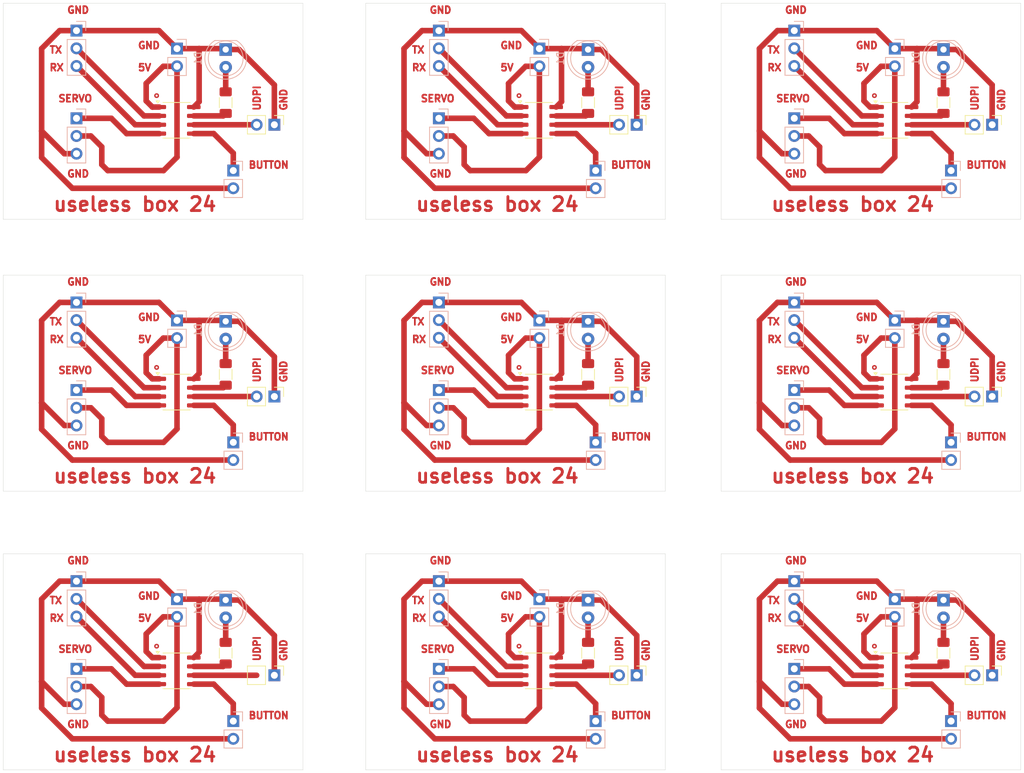
<source format=kicad_pcb>
(kicad_pcb (version 20240108) (generator "pcbnew") (generator_version "8.0")
  (title_block (title "Useless box") (date "2024-09-12"))
  (layers (0 "F.Cu" signal) (31 "B.Cu" signal) (34 "B.Paste" user) (35 "F.Paste" user) (36 "B.SilkS" user "B.Silkscreen") (37 "F.SilkS" user "F.Silkscreen") (38 "B.Mask" user) (39 "F.Mask" user) (44 "Edge.Cuts" user))
  (net 0 "")
  (net 1 "GND")
  (net 2 "TX")
  (net 3 "RX")
  (net 4 "SERVO")
  (net 5 "BUTTON")
  (net 6 "UPDI")
  (net 7 "+5V")
  (net 8 "LED")
  (net 9 "Net-(D1-A)")
  (footprint "MountingHole:MountingHole_3.2mm_M3" (layer "F.Cu") (at 177 70)
    (property "Reference" "H4" (hide yes))
    (property "Value" "MountingHole" (hide yes))
  )
  (footprint "MountingHole:MountingHole_3.2mm_M3" (layer "F.Cu") (at 125 124)
    (property "Reference" "H1" (hide yes))
    (property "Value" "MountingHole" (hide yes))
  )
  (footprint "MountingHole:MountingHole_3.2mm_M3" (layer "F.Cu") (at 125 84)
    (property "Reference" "H1" (hide yes))
    (property "Value" "MountingHole" (hide yes))
  )
  (footprint "Connector_PinHeader_2.54mm:PinHeader_1x02_P2.54mm_Vertical" (layer "F.Cu") (at 123.895 98.425 -90)
    (property "Reference" "J4" (hide yes))
    (property "Value" "UPDI" (hide yes))
  )
  (footprint "MountingHole:MountingHole_3.2mm_M3" (layer "F.Cu") (at 177 149)
    (property "Reference" "H4" (hide yes))
    (property "Value" "MountingHole" (hide yes))
  )
  (footprint "Connector_PinHeader_2.54mm:PinHeader_1x02_P2.54mm_Vertical" (layer "F.Cu") (at 123.895 59.425 -90)
    (property "Reference" "J4" (hide yes))
    (property "Value" "UPDI" (hide yes))
  )
  (footprint "MountingHole:MountingHole_3.2mm_M3" (layer "F.Cu") (at 88 109)
    (property "Reference" "H3" (hide yes))
    (property "Value" "MountingHole" (hide yes))
  )
  (footprint "MountingHole:MountingHole_3.2mm_M3" (layer "F.Cu") (at 140 149)
    (property "Reference" "H3" (hide yes))
    (property "Value" "MountingHole" (hide yes))
  )
  (footprint "MountingHole:MountingHole_3.2mm_M3" (layer "F.Cu") (at 191 109)
    (property "Reference" "H3" (hide yes))
    (property "Value" "MountingHole" (hide yes))
  )
  (footprint "Resistor_SMD:R_1206_3216Metric_Pad1.30x1.75mm_HandSolder" (layer "F.Cu") (at 116.91 95.25 90)
    (property "Reference" "R1" (hide yes))
    (property "Value" "R" (hide yes))
  )
  (footprint "MountingHole:MountingHole_3.2mm_M3" (layer "F.Cu") (at 140 109)
    (property "Reference" "H3" (hide yes))
    (property "Value" "MountingHole" (hide yes))
  )
  (footprint "MountingHole:MountingHole_3.2mm_M3" (layer "F.Cu") (at 191 45)
    (property "Reference" "H2" (hide yes))
    (property "Value" "MountingHole" (hide yes))
  )
  (footprint "Resistor_SMD:R_1206_3216Metric_Pad1.30x1.75mm_HandSolder" (layer "F.Cu") (at 219.91 56.25 90)
    (property "Reference" "R1" (hide yes))
    (property "Value" "R" (hide yes))
  )
  (footprint "MountingHole:MountingHole_3.2mm_M3" (layer "F.Cu") (at 125 149)
    (property "Reference" "H4" (hide yes))
    (property "Value" "MountingHole" (hide yes))
  )
  (footprint "Resistor_SMD:R_1206_3216Metric_Pad1.30x1.75mm_HandSolder" (layer "F.Cu") (at 168.91 56.25 90)
    (property "Reference" "R1" (hide yes))
    (property "Value" "R" (hide yes))
  )
  (footprint "MountingHole:MountingHole_3.2mm_M3" (layer "F.Cu") (at 140 45)
    (property "Reference" "H2" (hide yes))
    (property "Value" "MountingHole" (hide yes))
  )
  (footprint "MountingHole:MountingHole_3.2mm_M3" (layer "F.Cu") (at 228 84)
    (property "Reference" "H1" (hide yes))
    (property "Value" "MountingHole" (hide yes))
  )
  (footprint "Package_SO:SOIC-8_3.9x4.9mm_P1.27mm" (layer "F.Cu") (at 212.86 137.79)
    (property "Reference" "U1" (hide yes))
    (property "Value" "ATtiny412-SS")
  )
  (footprint "Connector_PinHeader_2.54mm:PinHeader_1x02_P2.54mm_Vertical" (layer "F.Cu") (at 175.895 138.425 -90)
    (property "Reference" "J4" (hide yes))
    (property "Value" "UPDI" (hide yes))
  )
  (footprint "MountingHole:MountingHole_3.2mm_M3" (layer "F.Cu") (at 125 45)
    (property "Reference" "H1" (hide yes))
    (property "Value" "MountingHole" (hide yes))
  )
  (footprint "MountingHole:MountingHole_3.2mm_M3" (layer "F.Cu") (at 191 149)
    (property "Reference" "H3" (hide yes))
    (property "Value" "MountingHole" (hide yes))
  )
  (footprint "MountingHole:MountingHole_3.2mm_M3" (layer "F.Cu") (at 228 109)
    (property "Reference" "H4" (hide yes))
    (property "Value" "MountingHole" (hide yes))
  )
  (footprint "MountingHole:MountingHole_3.2mm_M3" (layer "F.Cu") (at 88 124)
    (property "Reference" "H2" (hide yes))
    (property "Value" "MountingHole" (hide yes))
  )
  (footprint "Resistor_SMD:R_1206_3216Metric_Pad1.30x1.75mm_HandSolder" (layer "F.Cu") (at 116.91 135.25 90)
    (property "Reference" "R1" (hide yes))
    (property "Value" "R" (hide yes))
  )
  (footprint "Connector_PinHeader_2.54mm:PinHeader_1x02_P2.54mm_Vertical" (layer "F.Cu") (at 175.895 59.425 -90)
    (property "Reference" "J4" (hide yes))
    (property "Value" "UPDI" (hide yes))
  )
  (footprint "Package_SO:SOIC-8_3.9x4.9mm_P1.27mm" (layer "F.Cu") (at 109.86 97.79)
    (property "Reference" "U1" (hide yes))
    (property "Value" "ATtiny412-SS")
  )
  (footprint "MountingHole:MountingHole_3.2mm_M3" (layer "F.Cu") (at 191 70)
    (property "Reference" "H3" (hide yes))
    (property "Value" "MountingHole" (hide yes))
  )
  (footprint "MountingHole:MountingHole_3.2mm_M3" (layer "F.Cu") (at 140 124)
    (property "Reference" "H2" (hide yes))
    (property "Value" "MountingHole" (hide yes))
  )
  (footprint "MountingHole:MountingHole_3.2mm_M3" (layer "F.Cu") (at 177 124)
    (property "Reference" "H1" (hide yes))
    (property "Value" "MountingHole" (hide yes))
  )
  (footprint "MountingHole:MountingHole_3.2mm_M3" (layer "F.Cu") (at 140 70)
    (property "Reference" "H3" (hide yes))
    (property "Value" "MountingHole" (hide yes))
  )
  (footprint "Resistor_SMD:R_1206_3216Metric_Pad1.30x1.75mm_HandSolder" (layer "F.Cu") (at 168.91 95.25 90)
    (property "Reference" "R1" (hide yes))
    (property "Value" "R" (hide yes))
  )
  (footprint "MountingHole:MountingHole_3.2mm_M3" (layer "F.Cu") (at 177 84)
    (property "Reference" "H1" (hide yes))
    (property "Value" "MountingHole" (hide yes))
  )
  (footprint "MountingHole:MountingHole_3.2mm_M3" (layer "F.Cu") (at 125 70)
    (property "Reference" "H4" (hide yes))
    (property "Value" "MountingHole" (hide yes))
  )
  (footprint "Resistor_SMD:R_1206_3216Metric_Pad1.30x1.75mm_HandSolder" (layer "F.Cu") (at 219.91 135.25 90)
    (property "Reference" "R1" (hide yes))
    (property "Value" "R" (hide yes))
  )
  (footprint "MountingHole:MountingHole_3.2mm_M3" (layer "F.Cu") (at 228 124)
    (property "Reference" "H1" (hide yes))
    (property "Value" "MountingHole" (hide yes))
  )
  (footprint "Connector_PinHeader_2.54mm:PinHeader_1x02_P2.54mm_Vertical" (layer "F.Cu") (at 226.895 98.425 -90)
    (property "Reference" "J4" (hide yes))
    (property "Value" "UPDI" (hide yes))
  )
  (footprint "Package_SO:SOIC-8_3.9x4.9mm_P1.27mm" (layer "F.Cu") (at 161.86 137.79)
    (property "Reference" "U1" (hide yes))
    (property "Value" "ATtiny412-SS")
  )
  (footprint "MountingHole:MountingHole_3.2mm_M3" (layer "F.Cu") (at 140 84)
    (property "Reference" "H2" (hide yes))
    (property "Value" "MountingHole" (hide yes))
  )
  (footprint "MountingHole:MountingHole_3.2mm_M3" (layer "F.Cu") (at 88 149)
    (property "Reference" "H3" (hide yes))
    (property "Value" "MountingHole" (hide yes))
  )
  (footprint "Resistor_SMD:R_1206_3216Metric_Pad1.30x1.75mm_HandSolder" (layer "F.Cu") (at 219.91 95.25 90)
    (property "Reference" "R1" (hide yes))
    (property "Value" "R" (hide yes))
  )
  (footprint "MountingHole:MountingHole_3.2mm_M3" (layer "F.Cu") (at 177 45)
    (property "Reference" "H1" (hide yes))
    (property "Value" "MountingHole" (hide yes))
  )
  (footprint "Connector_PinHeader_2.54mm:PinHeader_1x02_P2.54mm_Vertical" (layer "F.Cu") (at 175.895 98.425 -90)
    (property "Reference" "J4" (hide yes))
    (property "Value" "UPDI" (hide yes))
  )
  (footprint "Package_SO:SOIC-8_3.9x4.9mm_P1.27mm" (layer "F.Cu") (at 212.86 58.79)
    (property "Reference" "U1" (hide yes))
    (property "Value" "ATtiny412-SS")
  )
  (footprint "MountingHole:MountingHole_3.2mm_M3" (layer "F.Cu") (at 191 84)
    (property "Reference" "H2" (hide yes))
    (property "Value" "MountingHole" (hide yes))
  )
  (footprint "MountingHole:MountingHole_3.2mm_M3" (layer "F.Cu") (at 125 109)
    (property "Reference" "H4" (hide yes))
    (property "Value" "MountingHole" (hide yes))
  )
  (footprint "Package_SO:SOIC-8_3.9x4.9mm_P1.27mm" (layer "F.Cu") (at 161.86 97.79)
    (property "Reference" "U1" (hide yes))
    (property "Value" "ATtiny412-SS")
  )
  (footprint "Resistor_SMD:R_1206_3216Metric_Pad1.30x1.75mm_HandSolder" (layer "F.Cu") (at 116.91 56.25 90)
    (property "Reference" "R1" (hide yes))
    (property "Value" "R" (hide yes))
  )
  (footprint "MountingHole:MountingHole_3.2mm_M3" (layer "F.Cu") (at 177 109)
    (property "Reference" "H4" (hide yes))
    (property "Value" "MountingHole" (hide yes))
  )
  (footprint "MountingHole:MountingHole_3.2mm_M3" (layer "F.Cu") (at 88 70)
    (property "Reference" "H3" (hide yes))
    (property "Value" "MountingHole" (hide yes))
  )
  (footprint "Package_SO:SOIC-8_3.9x4.9mm_P1.27mm" (layer "F.Cu") (at 212.86 97.79)
    (property "Reference" "U1" (hide yes))
    (property "Value" "ATtiny412-SS")
  )
  (footprint "Package_SO:SOIC-8_3.9x4.9mm_P1.27mm" (layer "F.Cu") (at 109.86 58.79)
    (property "Reference" "U1" (hide yes))
    (property "Value" "ATtiny412-SS")
  )
  (footprint "MountingHole:MountingHole_3.2mm_M3" (layer "F.Cu") (at 228 70)
    (property "Reference" "H4" (hide yes))
    (property "Value" "MountingHole" (hide yes))
  )
  (footprint "Connector_PinHeader_2.54mm:PinHeader_1x02_P2.54mm_Vertical" (layer "F.Cu") (at 123.895 138.425 -90)
    (property "Reference" "J4" (hide yes))
    (property "Value" "UPDI" (hide yes))
  )
  (footprint "Package_SO:SOIC-8_3.9x4.9mm_P1.27mm" (layer "F.Cu") (at 109.86 137.79)
    (property "Reference" "U1" (hide yes))
    (property "Value" "ATtiny412-SS")
  )
  (footprint "MountingHole:MountingHole_3.2mm_M3" (layer "F.Cu") (at 228 149)
    (property "Reference" "H4" (hide yes))
    (property "Value" "MountingHole" (hide yes))
  )
  (footprint "MountingHole:MountingHole_3.2mm_M3" (layer "F.Cu") (at 228 45)
    (property "Reference" "H1" (hide yes))
    (property "Value" "MountingHole" (hide yes))
  )
  (footprint "Connector_PinHeader_2.54mm:PinHeader_1x02_P2.54mm_Vertical" (layer "F.Cu") (at 226.895 59.425 -90)
    (property "Reference" "J4" (hide yes))
    (property "Value" "UPDI" (hide yes))
  )
  (footprint "MountingHole:MountingHole_3.2mm_M3" (layer "F.Cu") (at 191 124)
    (property "Reference" "H2" (hide yes))
    (property "Value" "MountingHole" (hide yes))
  )
  (footprint "Package_SO:SOIC-8_3.9x4.9mm_P1.27mm" (layer "F.Cu") (at 161.86 58.79)
    (property "Reference" "U1" (hide yes))
    (property "Value" "ATtiny412-SS")
  )
  (footprint "MountingHole:MountingHole_3.2mm_M3" (layer "F.Cu") (at 88 84)
    (property "Reference" "H2" (hide yes))
    (property "Value" "MountingHole" (hide yes))
  )
  (footprint "MountingHole:MountingHole_3.2mm_M3" (layer "F.Cu") (at 88 45)
    (property "Reference" "H2" (hide yes))
    (property "Value" "MountingHole" (hide yes))
  )
  (footprint "Resistor_SMD:R_1206_3216Metric_Pad1.30x1.75mm_HandSolder" (layer "F.Cu") (at 168.91 135.25 90)
    (property "Reference" "R1" (hide yes))
    (property "Value" "R" (hide yes))
  )
  (footprint "Connector_PinHeader_2.54mm:PinHeader_1x02_P2.54mm_Vertical" (layer "F.Cu") (at 226.895 138.425 -90)
    (property "Reference" "J4" (hide yes))
    (property "Value" "UPDI" (hide yes))
  )
  (footprint "Connector_PinHeader_2.54mm:PinHeader_1x02_P2.54mm_Vertical" (layer "B.Cu") (at 109.925 87.5 180)
    (property "Reference" "J3" (hide yes))
    (property "Value" "Battery")
  )
  (footprint "Connector_PinHeader_2.54mm:PinHeader_1x02_P2.54mm_Vertical" (layer "B.Cu") (at 212.925 48.5 180)
    (property "Reference" "J3" (hide yes))
    (property "Value" "Battery")
  )
  (footprint "Connector_PinHeader_2.54mm:PinHeader_1x02_P2.54mm_Vertical" (layer "B.Cu") (at 118 66 180)
    (property "Reference" "J1" (hide yes))
    (property "Value" "Button")
  )
  (footprint "Connector_PinHeader_2.54mm:PinHeader_1x03_P2.54mm_Vertical" (layer "B.Cu") (at 147.5 97.5 180)
    (property "Reference" "M1" (hide yes))
    (property "Value" "Motor_Servo")
  )
  (footprint "Connector_PinHeader_2.54mm:PinHeader_1x02_P2.54mm_Vertical" (layer "B.Cu") (at 161.925 87.5 180)
    (property "Reference" "J3" (hide yes))
    (property "Value" "Battery")
  )
  (footprint "Connector_PinHeader_2.54mm:PinHeader_1x02_P2.54mm_Vertical" (layer "B.Cu") (at 161.925 48.5 180)
    (property "Reference" "J3" (hide yes))
    (property "Value" "Battery")
  )
  (footprint "Connector_PinHeader_2.54mm:PinHeader_1x02_P2.54mm_Vertical" (layer "B.Cu") (at 109.925 48.5 180)
    (property "Reference" "J3" (hide yes))
    (property "Value" "Battery")
  )
  (footprint "Connector_PinHeader_2.54mm:PinHeader_1x02_P2.54mm_Vertical" (layer "B.Cu") (at 118 145 180)
    (property "Reference" "J1" (hide yes))
    (property "Value" "Button")
  )
  (footprint "Connector_PinHeader_2.54mm:PinHeader_1x03_P2.54mm_Vertical" (layer "B.Cu") (at 147.5 84.92 180)
    (property "Reference" "J2" (hide yes))
    (property "Value" "UART")
  )
  (footprint "Connector_PinHeader_2.54mm:PinHeader_1x02_P2.54mm_Vertical" (layer "B.Cu") (at 109.925 127.5 180)
    (property "Reference" "J3" (hide yes))
    (property "Value" "Battery")
  )
  (footprint "LED_THT:LED_D5.0mm" (layer "B.Cu") (at 116.91 48.63 -90)
    (property "Reference" "D1")
    (property "Value" "LED")
  )
  (footprint "Connector_PinHeader_2.54mm:PinHeader_1x03_P2.54mm_Vertical" (layer "B.Cu") (at 198.5 84.92 180)
    (property "Reference" "J2" (hide yes))
    (property "Value" "UART")
  )
  (footprint "LED_THT:LED_D5.0mm" (layer "B.Cu") (at 116.91 87.63 -90)
    (property "Reference" "D1")
    (property "Value" "LED")
  )
  (footprint "Connector_PinHeader_2.54mm:PinHeader_1x02_P2.54mm_Vertical" (layer "B.Cu") (at 118 105 180)
    (property "Reference" "J1" (hide yes))
    (property "Value" "Button")
  )
  (footprint "Connector_PinHeader_2.54mm:PinHeader_1x02_P2.54mm_Vertical" (layer "B.Cu") (at 170 66 180)
    (property "Reference" "J1" (hide yes))
    (property "Value" "Button")
  )
  (footprint "Connector_PinHeader_2.54mm:PinHeader_1x02_P2.54mm_Vertical" (layer "B.Cu") (at 170 145 180)
    (property "Reference" "J1" (hide yes))
    (property "Value" "Button")
  )
  (footprint "Connector_PinHeader_2.54mm:PinHeader_1x02_P2.54mm_Vertical" (layer "B.Cu") (at 221 145 180)
    (property "Reference" "J1" (hide yes))
    (property "Value" "Button")
  )
  (footprint "Connector_PinHeader_2.54mm:PinHeader_1x03_P2.54mm_Vertical" (layer "B.Cu") (at 198.5 45.92 180)
    (property "Reference" "J2" (hide yes))
    (property "Value" "UART")
  )
  (footprint "Connector_PinHeader_2.54mm:PinHeader_1x02_P2.54mm_Vertical" (layer "B.Cu") (at 221 105 180)
    (property "Reference" "J1" (hide yes))
    (property "Value" "Button")
  )
  (footprint "LED_THT:LED_D5.0mm" (layer "B.Cu") (at 219.91 48.63 -90)
    (property "Reference" "D1")
    (property "Value" "LED")
  )
  (footprint "LED_THT:LED_D5.0mm" (layer "B.Cu") (at 116.91 127.63 -90)
    (property "Reference" "D1")
    (property "Value" "LED")
  )
  (footprint "Connector_PinHeader_2.54mm:PinHeader_1x02_P2.54mm_Vertical" (layer "B.Cu") (at 212.925 87.5 180)
    (property "Reference" "J3" (hide yes))
    (property "Value" "Battery")
  )
  (footprint "Connector_PinHeader_2.54mm:PinHeader_1x02_P2.54mm_Vertical" (layer "B.Cu") (at 221 66 180)
    (property "Reference" "J1" (hide yes))
    (property "Value" "Button")
  )
  (footprint "Connector_PinHeader_2.54mm:PinHeader_1x03_P2.54mm_Vertical" (layer "B.Cu") (at 198.5 124.92 180)
    (property "Reference" "J2" (hide yes))
    (property "Value" "UART")
  )
  (footprint "Connector_PinHeader_2.54mm:PinHeader_1x02_P2.54mm_Vertical" (layer "B.Cu") (at 161.925 127.5 180)
    (property "Reference" "J3" (hide yes))
    (property "Value" "Battery")
  )
  (footprint "Connector_PinHeader_2.54mm:PinHeader_1x03_P2.54mm_Vertical" (layer "B.Cu") (at 198.5 58.5 180)
    (property "Reference" "M1" (hide yes))
    (property "Value" "Motor_Servo")
  )
  (footprint "LED_THT:LED_D5.0mm" (layer "B.Cu") (at 168.91 48.63 -90)
    (property "Reference" "D1")
    (property "Value" "LED")
  )
  (footprint "Connector_PinHeader_2.54mm:PinHeader_1x02_P2.54mm_Vertical" (layer "B.Cu") (at 212.925 127.5 180)
    (property "Reference" "J3" (hide yes))
    (property "Value" "Battery")
  )
  (footprint "Connector_PinHeader_2.54mm:PinHeader_1x03_P2.54mm_Vertical" (layer "B.Cu") (at 95.5 97.5 180)
    (property "Reference" "M1" (hide yes))
    (property "Value" "Motor_Servo")
  )
  (footprint "Connector_PinHeader_2.54mm:PinHeader_1x03_P2.54mm_Vertical" (layer "B.Cu") (at 95.5 84.92 180)
    (property "Reference" "J2" (hide yes))
    (property "Value" "UART")
  )
  (footprint "Connector_PinHeader_2.54mm:PinHeader_1x03_P2.54mm_Vertical" (layer "B.Cu") (at 147.5 45.92 180)
    (property "Reference" "J2" (hide yes))
    (property "Value" "UART")
  )
  (footprint "Connector_PinHeader_2.54mm:PinHeader_1x03_P2.54mm_Vertical" (layer "B.Cu") (at 95.5 58.5 180)
    (property "Reference" "M1" (hide yes))
    (property "Value" "Motor_Servo")
  )
  (footprint "LED_THT:LED_D5.0mm" (layer "B.Cu") (at 168.91 87.63 -90)
    (property "Reference" "D1")
    (property "Value" "LED")
  )
  (footprint "Connector_PinHeader_2.54mm:PinHeader_1x03_P2.54mm_Vertical" (layer "B.Cu") (at 95.5 124.92 180)
    (property "Reference" "J2" (hide yes))
    (property "Value" "UART")
  )
  (footprint "Connector_PinHeader_2.54mm:PinHeader_1x03_P2.54mm_Vertical" (layer "B.Cu") (at 198.5 97.5 180)
    (property "Reference" "M1" (hide yes))
    (property "Value" "Motor_Servo")
  )
  (footprint "LED_THT:LED_D5.0mm" (layer "B.Cu") (at 168.91 127.63 -90)
    (property "Reference" "D1")
    (property "Value" "LED")
  )
  (footprint "LED_THT:LED_D5.0mm" (layer "B.Cu") (at 219.91 127.63 -90)
    (property "Reference" "D1")
    (property "Value" "LED")
  )
  (footprint "Connector_PinHeader_2.54mm:PinHeader_1x03_P2.54mm_Vertical" (layer "B.Cu") (at 198.5 137.5 180)
    (property "Reference" "M1" (hide yes))
    (property "Value" "Motor_Servo")
  )
  (footprint "Connector_PinHeader_2.54mm:PinHeader_1x03_P2.54mm_Vertical" (layer "B.Cu") (at 95.5 137.5 180)
    (property "Reference" "M1" (hide yes))
    (property "Value" "Motor_Servo")
  )
  (footprint "Connector_PinHeader_2.54mm:PinHeader_1x03_P2.54mm_Vertical" (layer "B.Cu") (at 147.5 58.5 180)
    (property "Reference" "M1" (hide yes))
    (property "Value" "Motor_Servo")
  )
  (footprint "Connector_PinHeader_2.54mm:PinHeader_1x03_P2.54mm_Vertical" (layer "B.Cu") (at 147.5 137.5 180)
    (property "Reference" "M1" (hide yes))
    (property "Value" "Motor_Servo")
  )
  (footprint "Connector_PinHeader_2.54mm:PinHeader_1x03_P2.54mm_Vertical" (layer "B.Cu") (at 95.5 45.92 180)
    (property "Reference" "J2" (hide yes))
    (property "Value" "UART")
  )
  (footprint "Connector_PinHeader_2.54mm:PinHeader_1x02_P2.54mm_Vertical" (layer "B.Cu") (at 170 105 180)
    (property "Reference" "J1" (hide yes))
    (property "Value" "Button")
  )
  (footprint "LED_THT:LED_D5.0mm" (layer "B.Cu") (at 219.91 87.63 -90)
    (property "Reference" "D1")
    (property "Value" "LED")
  )
  (footprint "Connector_PinHeader_2.54mm:PinHeader_1x03_P2.54mm_Vertical" (layer "B.Cu") (at 147.5 124.92 180)
    (property "Reference" "J2" (hide yes))
    (property "Value" "UART")
  )
  (gr_circle (center 159 134.25) (end 159 134.5) (stroke (width 0.2)) (fill none) (layer "F.Cu"))
  (gr_circle (center 107 134.25) (end 107 134.5) (stroke (width 0.2)) (fill none) (layer "F.Cu"))
  (gr_circle (center 107 55.25) (end 107 55.5) (stroke (width 0.2)) (fill none) (layer "F.Cu"))
  (gr_circle (center 210 94.25) (end 210 94.5) (stroke (width 0.2)) (fill none) (layer "F.Cu"))
  (gr_circle (center 159 94.25) (end 159 94.5) (stroke (width 0.2)) (fill none) (layer "F.Cu"))
  (gr_circle (center 159 55.25) (end 159 55.5) (stroke (width 0.2)) (fill none) (layer "F.Cu"))
  (gr_circle (center 107 94.25) (end 107 94.5) (stroke (width 0.2)) (fill none) (layer "F.Cu"))
  (gr_circle (center 210 134.25) (end 210 134.5) (stroke (width 0.2)) (fill none) (layer "F.Cu"))
  (gr_circle (center 210 55.25) (end 210 55.5) (stroke (width 0.2)) (fill none) (layer "F.Cu"))
  (gr_line (start 137 121) (end 180 121) (stroke (width 0.05)) (layer "Edge.Cuts"))
  (gr_line (start 128 112) (end 85 112) (stroke (width 0.05)) (layer "Edge.Cuts"))
  (gr_line (start 231 81) (end 231 112) (stroke (width 0.05)) (layer "Edge.Cuts"))
  (gr_line (start 188 42) (end 231 42) (stroke (width 0.05)) (layer "Edge.Cuts"))
  (gr_line (start 231 121) (end 231 152) (stroke (width 0.05)) (layer "Edge.Cuts"))
  (gr_line (start 85 42) (end 128 42) (stroke (width 0.05)) (layer "Edge.Cuts"))
  (gr_line (start 188 152) (end 188 121) (stroke (width 0.05)) (layer "Edge.Cuts"))
  (gr_line (start 128 73) (end 85 73) (stroke (width 0.05)) (layer "Edge.Cuts"))
  (gr_line (start 188 112) (end 188 81) (stroke (width 0.05)) (layer "Edge.Cuts"))
  (gr_line (start 85 112) (end 85 81) (stroke (width 0.05)) (layer "Edge.Cuts"))
  (gr_line (start 231 73) (end 188 73) (stroke (width 0.05)) (layer "Edge.Cuts"))
  (gr_line (start 137 73) (end 137 42) (stroke (width 0.05)) (layer "Edge.Cuts"))
  (gr_line (start 128 152) (end 85 152) (stroke (width 0.05)) (layer "Edge.Cuts"))
  (gr_line (start 180 121) (end 180 152) (stroke (width 0.05)) (layer "Edge.Cuts"))
  (gr_line (start 128 81) (end 128 112) (stroke (width 0.05)) (layer "Edge.Cuts"))
  (gr_line (start 180 73) (end 137 73) (stroke (width 0.05)) (layer "Edge.Cuts"))
  (gr_line (start 85 152) (end 85 121) (stroke (width 0.05)) (layer "Edge.Cuts"))
  (gr_line (start 128 121) (end 128 152) (stroke (width 0.05)) (layer "Edge.Cuts"))
  (gr_line (start 180 81) (end 180 112) (stroke (width 0.05)) (layer "Edge.Cuts"))
  (gr_line (start 188 73) (end 188 42) (stroke (width 0.05)) (layer "Edge.Cuts"))
  (gr_line (start 137 42) (end 180 42) (stroke (width 0.05)) (layer "Edge.Cuts"))
  (gr_line (start 85 121) (end 128 121) (stroke (width 0.05)) (layer "Edge.Cuts"))
  (gr_line (start 85 81) (end 128 81) (stroke (width 0.05)) (layer "Edge.Cuts"))
  (gr_line (start 137 152) (end 137 121) (stroke (width 0.05)) (layer "Edge.Cuts"))
  (gr_line (start 180 112) (end 137 112) (stroke (width 0.05)) (layer "Edge.Cuts"))
  (gr_line (start 231 112) (end 188 112) (stroke (width 0.05)) (layer "Edge.Cuts"))
  (gr_line (start 137 112) (end 137 81) (stroke (width 0.05)) (layer "Edge.Cuts"))
  (gr_line (start 128 42) (end 128 73) (stroke (width 0.05)) (layer "Edge.Cuts"))
  (gr_line (start 137 81) (end 180 81) (stroke (width 0.05)) (layer "Edge.Cuts"))
  (gr_line (start 231 152) (end 188 152) (stroke (width 0.05)) (layer "Edge.Cuts"))
  (gr_line (start 188 121) (end 231 121) (stroke (width 0.05)) (layer "Edge.Cuts"))
  (gr_line (start 180 42) (end 180 73) (stroke (width 0.05)) (layer "Edge.Cuts"))
  (gr_line (start 85 73) (end 85 42) (stroke (width 0.05)) (layer "Edge.Cuts"))
  (gr_line (start 188 81) (end 231 81) (stroke (width 0.05)) (layer "Edge.Cuts"))
  (gr_line (start 231 42) (end 231 73) (stroke (width 0.05)) (layer "Edge.Cuts"))
  (gr_line (start 180 152) (end 137 152) (stroke (width 0.05)) (layer "Edge.Cuts"))
  (gr_text "RX" (at 143.51 51.805 0) (layer "F.Cu") (effects (font (size 1 1) (thickness 0.25) (bold yes)) (justify left bottom)))
  (gr_text "useless box 24" (at 92 111 0) (layer "F.Cu") (effects (font (size 2 2) (thickness 0.4) (bold yes)) (justify left bottom)))
  (gr_text "UDPI" (at 121.99 136.52 90) (layer "F.Cu") (effects (font (size 1 1) (thickness 0.25) (bold yes)) (justify left bottom)))
  (gr_text "BUTTON" (at 172.085 104.775 0) (layer "F.Cu") (effects (font (size 1 1) (thickness 0.25) (bold yes)) (justify left bottom)))
  (gr_text "TX" (at 143.51 128.265 0) (layer "F.Cu") (effects (font (size 1 1) (thickness 0.25) (bold yes)) (justify left bottom)))
  (gr_text "UDPI" (at 121.99 96.52 90) (layer "F.Cu") (effects (font (size 1 1) (thickness 0.25) (bold yes)) (justify left bottom)))
  (gr_text "5V" (at 104.21 130.805 0) (layer "F.Cu") (effects (font (size 1 1) (thickness 0.25) (bold yes)) (justify left bottom)))
  (gr_text "GND" (at 146.05 106.045 0) (layer "F.Cu") (effects (font (size 1 1) (thickness 0.25) (bold yes)) (justify left bottom)))
  (gr_text "GND" (at 94.05 146.045 0) (layer "F.Cu") (effects (font (size 1 1) (thickness 0.25) (bold yes)) (justify left bottom)))
  (gr_text "5V" (at 156.21 90.805 0) (layer "F.Cu") (effects (font (size 1 1) (thickness 0.25) (bold yes)) (justify left bottom)))
  (gr_text "TX" (at 194.51 49.265 0) (layer "F.Cu") (effects (font (size 1 1) (thickness 0.25) (bold yes)) (justify left bottom)))
  (gr_text "GND" (at 228.8 96.52 90) (layer "F.Cu") (effects (font (size 1 1) (thickness 0.25) (bold yes)) (justify left bottom)))
  (gr_text "GND" (at 104.21 48.63 0) (layer "F.Cu") (effects (font (size 1 1) (thickness 0.25) (bold yes)) (justify left bottom)))
  (gr_text "GND" (at 125.8 57.52 90) (layer "F.Cu") (effects (font (size 1 1) (thickness 0.25) (bold yes)) (justify left bottom)))
  (gr_text "TX" (at 91.51 49.265 0) (layer "F.Cu") (effects (font (size 1 1) (thickness 0.25) (bold yes)) (justify left bottom)))
  (gr_text "BUTTON" (at 223.085 104.775 0) (layer "F.Cu") (effects (font (size 1 1) (thickness 0.25) (bold yes)) (justify left bottom)))
  (gr_text "useless box 24" (at 92 151 0) (layer "F.Cu") (effects (font (size 2 2) (thickness 0.4) (bold yes)) (justify left bottom)))
  (gr_text "BUTTON" (at 223.085 144.775 0) (layer "F.Cu") (effects (font (size 1 1) (thickness 0.25) (bold yes)) (justify left bottom)))
  (gr_text "RX" (at 143.51 130.805 0) (layer "F.Cu") (effects (font (size 1 1) (thickness 0.25) (bold yes)) (justify left bottom)))
  (gr_text "BUTTON" (at 120.085 104.775 0) (layer "F.Cu") (effects (font (size 1 1) (thickness 0.25) (bold yes)) (justify left bottom)))
  (gr_text "GND" (at 197.05 122.55 0) (layer "F.Cu") (effects (font (size 1 1) (thickness 0.25) (bold yes)) (justify left bottom)))
  (gr_text "GND" (at 207.21 127.63 0) (layer "F.Cu") (effects (font (size 1 1) (thickness 0.25) (bold yes)) (justify left bottom)))
  (gr_text "UDPI" (at 224.99 57.52 90) (layer "F.Cu") (effects (font (size 1 1) (thickness 0.25) (bold yes)) (justify left bottom)))
  (gr_text "GND" (at 156.21 48.63 0) (layer "F.Cu") (effects (font (size 1 1) (thickness 0.25) (bold yes)) (justify left bottom)))
  (gr_text "GND" (at 177.8 96.52 90) (layer "F.Cu") (effects (font (size 1 1) (thickness 0.25) (bold yes)) (justify left bottom)))
  (gr_text "GND" (at 197.05 43.55 0) (layer "F.Cu") (effects (font (size 1 1) (thickness 0.25) (bold yes)) (justify left bottom)))
  (gr_text "SERVO" (at 144.78 95.25 0) (layer "F.Cu") (effects (font (size 1 1) (thickness 0.25) (bold yes)) (justify left bottom)))
  (gr_text "RX" (at 194.51 90.805 0) (layer "F.Cu") (effects (font (size 1 1) (thickness 0.25) (bold yes)) (justify left bottom)))
  (gr_text "RX" (at 91.51 130.805 0) (layer "F.Cu") (effects (font (size 1 1) (thickness 0.25) (bold yes)) (justify left bottom)))
  (gr_text "GND" (at 146.05 43.55 0) (layer "F.Cu") (effects (font (size 1 1) (thickness 0.25) (bold yes)) (justify left bottom)))
  (gr_text "SERVO" (at 92.78 135.25 0) (layer "F.Cu") (effects (font (size 1 1) (thickness 0.25) (bold yes)) (justify left bottom)))
  (gr_text "GND" (at 146.05 146.045 0) (layer "F.Cu") (effects (font (size 1 1) (thickness 0.25) (bold yes)) (justify left bottom)))
  (gr_text "RX" (at 91.51 51.805 0) (layer "F.Cu") (effects (font (size 1 1) (thickness 0.25) (bold yes)) (justify left bottom)))
  (gr_text "useless box 24" (at 92 72 0) (layer "F.Cu") (effects (font (size 2 2) (thickness 0.4) (bold yes)) (justify left bottom)))
  (gr_text "GND" (at 94.05 106.045 0) (layer "F.Cu") (effects (font (size 1 1) (thickness 0.25) (bold yes)) (justify left bottom)))
  (gr_text "BUTTON" (at 120.085 65.775 0) (layer "F.Cu") (effects (font (size 1 1) (thickness 0.25) (bold yes)) (justify left bottom)))
  (gr_text "SERVO" (at 144.78 135.25 0) (layer "F.Cu") (effects (font (size 1 1) (thickness 0.25) (bold yes)) (justify left bottom)))
  (gr_text "SERVO" (at 195.78 95.25 0) (layer "F.Cu") (effects (font (size 1 1) (thickness 0.25) (bold yes)) (justify left bottom)))
  (gr_text "GND" (at 146.05 82.55 0) (layer "F.Cu") (effects (font (size 1 1) (thickness 0.25) (bold yes)) (justify left bottom)))
  (gr_text "BUTTON" (at 223.085 65.775 0) (layer "F.Cu") (effects (font (size 1 1) (thickness 0.25) (bold yes)) (justify left bottom)))
  (gr_text "UDPI" (at 121.99 57.52 90) (layer "F.Cu") (effects (font (size 1 1) (thickness 0.25) (bold yes)) (justify left bottom)))
  (gr_text "TX" (at 194.51 88.265 0) (layer "F.Cu") (effects (font (size 1 1) (thickness 0.25) (bold yes)) (justify left bottom)))
  (gr_text "GND" (at 94.05 122.55 0) (layer "F.Cu") (effects (font (size 1 1) (thickness 0.25) (bold yes)) (justify left bottom)))
  (gr_text "TX" (at 91.51 88.265 0) (layer "F.Cu") (effects (font (size 1 1) (thickness 0.25) (bold yes)) (justify left bottom)))
  (gr_text "GND" (at 156.21 87.63 0) (layer "F.Cu") (effects (font (size 1 1) (thickness 0.25) (bold yes)) (justify left bottom)))
  (gr_text "useless box 24" (at 144 151 0) (layer "F.Cu") (effects (font (size 2 2) (thickness 0.4) (bold yes)) (justify left bottom)))
  (gr_text "GND" (at 177.8 136.52 90) (layer "F.Cu") (effects (font (size 1 1) (thickness 0.25) (bold yes)) (justify left bottom)))
  (gr_text "GND" (at 197.05 82.55 0) (layer "F.Cu") (effects (font (size 1 1) (thickness 0.25) (bold yes)) (justify left bottom)))
  (gr_text "GND" (at 207.21 48.63 0) (layer "F.Cu") (effects (font (size 1 1) (thickness 0.25) (bold yes)) (justify left bottom)))
  (gr_text "useless box 24" (at 144 72 0) (layer "F.Cu") (effects (font (size 2 2) (thickness 0.4) (bold yes)) (justify left bottom)))
  (gr_text "GND" (at 104.21 127.63 0) (layer "F.Cu") (effects (font (size 1 1) (thickness 0.25) (bold yes)) (justify left bottom)))
  (gr_text "RX" (at 143.51 90.805 0) (layer "F.Cu") (effects (font (size 1 1) (thickness 0.25) (bold yes)) (justify left bottom)))
  (gr_text "5V" (at 207.21 130.805 0) (layer "F.Cu") (effects (font (size 1 1) (thickness 0.25) (bold yes)) (justify left bottom)))
  (gr_text "5V" (at 104.21 51.805 0) (layer "F.Cu") (effects (font (size 1 1) (thickness 0.25) (bold yes)) (justify left bottom)))
  (gr_text "5V" (at 207.21 51.805 0) (layer "F.Cu") (effects (font (size 1 1) (thickness 0.25) (bold yes)) (justify left bottom)))
  (gr_text "TX" (at 143.51 88.265 0) (layer "F.Cu") (effects (font (size 1 1) (thickness 0.25) (bold yes)) (justify left bottom)))
  (gr_text "GND" (at 104.21 87.63 0) (layer "F.Cu") (effects (font (size 1 1) (thickness 0.25) (bold yes)) (justify left bottom)))
  (gr_text "UDPI" (at 173.99 96.52 90) (layer "F.Cu") (effects (font (size 1 1) (thickness 0.25) (bold yes)) (justify left bottom)))
  (gr_text "GND" (at 156.21 127.63 0) (layer "F.Cu") (effects (font (size 1 1) (thickness 0.25) (bold yes)) (justify left bottom)))
  (gr_text "useless box 24" (at 144 111 0) (layer "F.Cu") (effects (font (size 2 2) (thickness 0.4) (bold yes)) (justify left bottom)))
  (gr_text "GND" (at 207.21 87.63 0) (layer "F.Cu") (effects (font (size 1 1) (thickness 0.25) (bold yes)) (justify left bottom)))
  (gr_text "GND" (at 94.05 82.55 0) (layer "F.Cu") (effects (font (size 1 1) (thickness 0.25) (bold yes)) (justify left bottom)))
  (gr_text "useless box 24" (at 195 111 0) (layer "F.Cu") (effects (font (size 2 2) (thickness 0.4) (bold yes)) (justify left bottom)))
  (gr_text "UDPI" (at 173.99 136.52 90) (layer "F.Cu") (effects (font (size 1 1) (thickness 0.25) (bold yes)) (justify left bottom)))
  (gr_text "GND" (at 197.05 146.045 0) (layer "F.Cu") (effects (font (size 1 1) (thickness 0.25) (bold yes)) (justify left bottom)))
  (gr_text "GND" (at 125.8 136.52 90) (layer "F.Cu") (effects (font (size 1 1) (thickness 0.25) (bold yes)) (justify left bottom)))
  (gr_text "RX" (at 194.51 51.805 0) (layer "F.Cu") (effects (font (size 1 1) (thickness 0.25) (bold yes)) (justify left bottom)))
  (gr_text "5V" (at 104.21 90.805 0) (layer "F.Cu") (effects (font (size 1 1) (thickness 0.25) (bold yes)) (justify left bottom)))
  (gr_text "5V" (at 207.21 90.805 0) (layer "F.Cu") (effects (font (size 1 1) (thickness 0.25) (bold yes)) (justify left bottom)))
  (gr_text "TX" (at 194.51 128.265 0) (layer "F.Cu") (effects (font (size 1 1) (thickness 0.25) (bold yes)) (justify left bottom)))
  (gr_text "UDPI" (at 173.99 57.52 90) (layer "F.Cu") (effects (font (size 1 1) (thickness 0.25) (bold yes)) (justify left bottom)))
  (gr_text "5V" (at 156.21 130.805 0) (layer "F.Cu") (effects (font (size 1 1) (thickness 0.25) (bold yes)) (justify left bottom)))
  (gr_text "RX" (at 91.51 90.805 0) (layer "F.Cu") (effects (font (size 1 1) (thickness 0.25) (bold yes)) (justify left bottom)))
  (gr_text "UDPI" (at 224.99 96.52 90) (layer "F.Cu") (effects (font (size 1 1) (thickness 0.25) (bold yes)) (justify left bottom)))
  (gr_text "RX" (at 194.51 130.805 0) (layer "F.Cu") (effects (font (size 1 1) (thickness 0.25) (bold yes)) (justify left bottom)))
  (gr_text "SERVO" (at 195.78 135.25 0) (layer "F.Cu") (effects (font (size 1 1) (thickness 0.25) (bold yes)) (justify left bottom)))
  (gr_text "useless box 24" (at 195 72 0) (layer "F.Cu") (effects (font (size 2 2) (thickness 0.4) (bold yes)) (justify left bottom)))
  (gr_text "BUTTON" (at 120.085 144.775 0) (layer "F.Cu") (effects (font (size 1 1) (thickness 0.25) (bold yes)) (justify left bottom)))
  (gr_text "SERVO" (at 144.78 56.25 0) (layer "F.Cu") (effects (font (size 1 1) (thickness 0.25) (bold yes)) (justify left bottom)))
  (gr_text "TX" (at 143.51 49.265 0) (layer "F.Cu") (effects (font (size 1 1) (thickness 0.25) (bold yes)) (justify left bottom)))
  (gr_text "UDPI" (at 224.99 136.52 90) (layer "F.Cu") (effects (font (size 1 1) (thickness 0.25) (bold yes)) (justify left bottom)))
  (gr_text "TX" (at 91.51 128.265 0) (layer "F.Cu") (effects (font (size 1 1) (thickness 0.25) (bold yes)) (justify left bottom)))
  (gr_text "GND" (at 94.05 67.045 0) (layer "F.Cu") (effects (font (size 1 1) (thickness 0.25) (bold yes)) (justify left bottom)))
  (gr_text "GND" (at 228.8 57.52 90) (layer "F.Cu") (effects (font (size 1 1) (thickness 0.25) (bold yes)) (justify left bottom)))
  (gr_text "GND" (at 146.05 122.55 0) (layer "F.Cu") (effects (font (size 1 1) (thickness 0.25) (bold yes)) (justify left bottom)))
  (gr_text "useless box 24" (at 195 151 0) (layer "F.Cu") (effects (font (size 2 2) (thickness 0.4) (bold yes)) (justify left bottom)))
  (gr_text "GND" (at 197.05 67.045 0) (layer "F.Cu") (effects (font (size 1 1) (thickness 0.25) (bold yes)) (justify left bottom)))
  (gr_text "GND" (at 146.05 67.045 0) (layer "F.Cu") (effects (font (size 1 1) (thickness 0.25) (bold yes)) (justify left bottom)))
  (gr_text "GND" (at 125.8 96.52 90) (layer "F.Cu") (effects (font (size 1 1) (thickness 0.25) (bold yes)) (justify left bottom)))
  (gr_text "GND" (at 197.05 106.045 0) (layer "F.Cu") (effects (font (size 1 1) (thickness 0.25) (bold yes)) (justify left bottom)))
  (gr_text "BUTTON" (at 172.085 65.775 0) (layer "F.Cu") (effects (font (size 1 1) (thickness 0.25) (bold yes)) (justify left bottom)))
  (gr_text "GND" (at 94.05 43.55 0) (layer "F.Cu") (effects (font (size 1 1) (thickness 0.25) (bold yes)) (justify left bottom)))
  (gr_text "GND" (at 177.8 57.52 90) (layer "F.Cu") (effects (font (size 1 1) (thickness 0.25) (bold yes)) (justify left bottom)))
  (gr_text "GND" (at 228.8 136.52 90) (layer "F.Cu") (effects (font (size 1 1) (thickness 0.25) (bold yes)) (justify left bottom)))
  (gr_text "SERVO" (at 92.78 56.25 0) (layer "F.Cu") (effects (font (size 1 1) (thickness 0.25) (bold yes)) (justify left bottom)))
  (gr_text "SERVO" (at 195.78 56.25 0) (layer "F.Cu") (effects (font (size 1 1) (thickness 0.25) (bold yes)) (justify left bottom)))
  (gr_text "SERVO" (at 92.78 95.25 0) (layer "F.Cu") (effects (font (size 1 1) (thickness 0.25) (bold yes)) (justify left bottom)))
  (gr_text "5V" (at 156.21 51.805 0) (layer "F.Cu") (effects (font (size 1 1) (thickness 0.25) (bold yes)) (justify left bottom)))
  (gr_text "BUTTON" (at 172.085 144.775 0) (layer "F.Cu") (effects (font (size 1 1) (thickness 0.25) (bold yes)) (justify left bottom)))
  (segment (start 123.895 53.71) (end 123.895 59.425) (width 0.8) (layer "F.Cu") (net 1))
  (segment (start 118.815 48.63) (end 123.895 53.71) (width 0.8) (layer "F.Cu") (net 1))
  (segment (start 95.42 125) (end 95.5 124.92) (width 0.8) (layer "F.Cu") (net 1))
  (segment (start 116.78 127.5) (end 116.91 127.63) (width 0.8) (layer "F.Cu") (net 1))
  (segment (start 142.5 143.13) (end 142.5 139.32) (width 0.8) (layer "F.Cu") (net 1))
  (segment (start 112.335 56.885) (end 113.1 56.12) (width 0.8) (layer "F.Cu") (net 1))
  (segment (start 215.335 135.885) (end 216.1 135.12) (width 0.8) (layer "F.Cu") (net 1))
  (segment (start 112.335 95.885) (end 113.1 95.12) (width 0.8) (layer "F.Cu") (net 1))
  (segment (start 159.345 84.92) (end 161.925 87.5) (width 0.8) (layer "F.Cu") (net 1))
  (segment (start 216.1 56.12) (end 216.1 48.5) (width 0.8) (layer "F.Cu") (net 1))
  (segment (start 196.08 124.92) (end 193.5 127.5) (width 0.8) (layer "F.Cu") (net 1))
  (segment (start 113.1 87.5) (end 116.78 87.5) (width 0.8) (layer "F.Cu") (net 1))
  (segment (start 216.1 48.5) (end 219.78 48.5) (width 0.8) (layer "F.Cu") (net 1))
  (segment (start 219.91 127.63) (end 221.815 127.63) (width 0.8) (layer "F.Cu") (net 1))
  (segment (start 113.1 95.12) (end 113.1 87.5) (width 0.8) (layer "F.Cu") (net 1))
  (segment (start 168.78 87.5) (end 168.91 87.63) (width 0.8) (layer "F.Cu") (net 1))
  (segment (start 219.78 87.5) (end 219.91 87.63) (width 0.8) (layer "F.Cu") (net 1))
  (segment (start 216.1 135.12) (end 216.1 127.5) (width 0.8) (layer "F.Cu") (net 1))
  (segment (start 219.78 127.5) (end 219.91 127.63) (width 0.8) (layer "F.Cu") (net 1))
  (segment (start 168.91 87.63) (end 170.815 87.63) (width 0.8) (layer "F.Cu") (net 1))
  (segment (start 198.5 45.92) (end 210.345 45.92) (width 0.8) (layer "F.Cu") (net 1))
  (segment (start 168.91 48.63) (end 170.815 48.63) (width 0.8) (layer "F.Cu") (net 1))
  (segment (start 116.91 48.63) (end 118.815 48.63) (width 0.8) (layer "F.Cu") (net 1))
  (segment (start 164.335 56.885) (end 165.1 56.12) (width 0.8) (layer "F.Cu") (net 1))
  (segment (start 198.5 84.92) (end 210.345 84.92) (width 0.8) (layer "F.Cu") (net 1))
  (segment (start 142.5 99.32) (end 145.76 102.58) (width 0.8) (layer "F.Cu") (net 1))
  (segment (start 95.42 46) (end 95.5 45.92) (width 0.8) (layer "F.Cu") (net 1))
  (segment (start 109.925 48.5) (end 113.1 48.5) (width 0.8) (layer "F.Cu") (net 1))
  (segment (start 116.91 87.63) (end 118.815 87.63) (width 0.8) (layer "F.Cu") (net 1))
  (segment (start 93.76 63.58) (end 95.5 63.58) (width 0.8) (layer "F.Cu") (net 1))
  (segment (start 170.815 87.63) (end 175.895 92.71) (width 0.8) (layer "F.Cu") (net 1))
  (segment (start 159.345 124.92) (end 161.925 127.5) (width 0.8) (layer "F.Cu") (net 1))
  (segment (start 147.5 45.92) (end 145.08 45.92) (width 0.8) (layer "F.Cu") (net 1))
  (segment (start 219.91 48.63) (end 221.815 48.63) (width 0.8) (layer "F.Cu") (net 1))
  (segment (start 198.5 84.92) (end 196.08 84.92) (width 0.8) (layer "F.Cu") (net 1))
  (segment (start 212.925 87.5) (end 216.1 87.5) (width 0.8) (layer "F.Cu") (net 1))
  (segment (start 221.815 127.63) (end 226.895 132.71) (width 0.8) (layer "F.Cu") (net 1))
  (segment (start 165.1 95.12) (end 165.1 87.5) (width 0.8) (layer "F.Cu") (net 1))
  (segment (start 170.815 127.63) (end 175.895 132.71) (width 0.8) (layer "F.Cu") (net 1))
  (segment (start 221 147.54) (end 197.91 147.54) (width 0.8) (layer "F.Cu") (net 1))
  (segment (start 95.5 45.92) (end 93.08 45.92) (width 0.8) (layer "F.Cu") (net 1))
  (segment (start 212.925 127.5) (end 216.1 127.5) (width 0.8) (layer "F.Cu") (net 1))
  (segment (start 210.345 124.92) (end 212.925 127.5) (width 0.8) (layer "F.Cu") (net 1))
  (segment (start 170 107.54) (end 146.91 107.54) (width 0.8) (layer "F.Cu") (net 1))
  (segment (start 193.5 60.32) (end 196.76 63.58) (width 0.8) (layer "F.Cu") (net 1))
  (segment (start 164.335 95.885) (end 165.1 95.12) (width 0.8) (layer "F.Cu") (net 1))
  (segment (start 170 147.54) (end 146.91 147.54) (width 0.8) (layer "F.Cu") (net 1))
  (segment (start 161.925 127.5) (end 165.1 127.5) (width 0.8) (layer "F.Cu") (net 1))
  (segment (start 95.5 124.92) (end 107.345 124.92) (width 0.8) (layer "F.Cu") (net 1))
  (segment (start 123.895 92.71) (end 123.895 98.425) (width 0.8) (layer "F.Cu") (net 1))
  (segment (start 197.91 68.54) (end 193.5 64.13) (width 0.8) (layer "F.Cu") (net 1))
  (segment (start 215.335 56.885) (end 216.1 56.12) (width 0.8) (layer "F.Cu") (net 1))
  (segment (start 123.895 132.71) (end 123.895 138.425) (width 0.8) (layer "F.Cu") (net 1))
  (segment (start 147.42 85) (end 147.5 84.92) (width 0.8) (layer "F.Cu") (net 1))
  (segment (start 210.345 45.92) (end 212.925 48.5) (width 0.8) (layer "F.Cu") (net 1))
  (segment (start 95.5 45.92) (end 107.345 45.92) (width 0.8) (layer "F.Cu") (net 1))
  (segment (start 95.5 124.92) (end 93.08 124.92) (width 0.8) (layer "F.Cu") (net 1))
  (segment (start 198.42 85) (end 198.5 84.92) (width 0.8) (layer "F.Cu") (net 1))
  (segment (start 170 68.54) (end 146.91 68.54) (width 0.8) (layer "F.Cu") (net 1))
  (segment (start 165.1 127.5) (end 168.78 127.5) (width 0.8) (layer "F.Cu") (net 1))
  (segment (start 93.08 84.92) (end 90.5 87.5) (width 0.8) (layer "F.Cu") (net 1))
  (segment (start 113.1 56.12) (end 113.1 48.5) (width 0.8) (layer "F.Cu") (net 1))
  (segment (start 198.42 46) (end 198.5 45.92) (width 0.8) (layer "F.Cu") (net 1))
  (segment (start 175.895 53.71) (end 175.895 59.425) (width 0.8) (layer "F.Cu") (net 1))
  (segment (start 94.91 147.54) (end 90.5 143.13) (width 0.8) (layer "F.Cu") (net 1))
  (segment (start 165.1 48.5) (end 168.78 48.5) (width 0.8) (layer "F.Cu") (net 1))
  (segment (start 142.5 60.32) (end 145.76 63.58) (width 0.8) (layer "F.Cu") (net 1))
  (segment (start 113.1 48.5) (end 116.78 48.5) (width 0.8) (layer "F.Cu") (net 1))
  (segment (start 94.91 68.54) (end 90.5 64.13) (width 0.8) (layer "F.Cu") (net 1))
  (segment (start 221 68.54) (end 197.91 68.54) (width 0.8) (layer "F.Cu") (net 1))
  (segment (start 175.895 92.71) (end 175.895 98.425) (width 0.8) (layer "F.Cu") (net 1))
  (segment (start 165.1 56.12) (end 165.1 48.5) (width 0.8) (layer "F.Cu") (net 1))
  (segment (start 147.42 46) (end 147.5 45.92) (width 0.8) (layer "F.Cu") (net 1))
  (segment (start 196.76 102.58) (end 198.5 102.58) (width 0.8) (layer "F.Cu") (net 1))
  (segment (start 145.08 45.92) (end 142.5 48.5) (width 0.8) (layer "F.Cu") (net 1))
  (segment (start 142.5 87.5) (end 142.5 99.32) (width 0.8) (layer "F.Cu") (net 1))
  (segment (start 196.08 45.92) (end 193.5 48.5) (width 0.8) (layer "F.Cu") (net 1))
  (segment (start 109.925 127.5) (end 113.1 127.5) (width 0.8) (layer "F.Cu") (net 1))
  (segment (start 226.895 92.71) (end 226.895 98.425) (width 0.8) (layer "F.Cu") (net 1))
  (segment (start 90.5 99.32) (end 93.76 102.58) (width 0.8) (layer "F.Cu") (net 1))
  (segment (start 226.895 132.71) (end 226.895 138.425) (width 0.8) (layer "F.Cu") (net 1))
  (segment (start 196.76 142.58) (end 198.5 142.58) (width 0.8) (layer "F.Cu") (net 1))
  (segment (start 198.5 45.92) (end 196.08 45.92) (width 0.8) (layer "F.Cu") (net 1))
  (segment (start 107.345 124.92) (end 109.925 127.5) (width 0.8) (layer "F.Cu") (net 1))
  (segment (start 95.5 84.92) (end 107.345 84.92) (width 0.8) (layer "F.Cu") (net 1))
  (segment (start 142.5 64.13) (end 142.5 60.32) (width 0.8) (layer "F.Cu") (net 1))
  (segment (start 216.1 127.5) (end 219.78 127.5) (width 0.8) (layer "F.Cu") (net 1))
  (segment (start 212.925 48.5) (end 216.1 48.5) (width 0.8) (layer "F.Cu") (net 1))
  (segment (start 95.42 85) (end 95.5 84.92) (width 0.8) (layer "F.Cu") (net 1))
  (segment (start 145.76 142.58) (end 147.5 142.58) (width 0.8) (layer "F.Cu") (net 1))
  (segment (start 93.08 124.92) (end 90.5 127.5) (width 0.8) (layer "F.Cu") (net 1))
  (segment (start 146.91 147.54) (end 142.5 143.13) (width 0.8) (layer "F.Cu") (net 1))
  (segment (start 147.5 84.92) (end 159.345 84.92) (width 0.8) (layer "F.Cu") (net 1))
  (segment (start 118 107.54) (end 94.91 107.54) (width 0.8) (layer "F.Cu") (net 1))
  (segment (start 161.925 87.5) (end 165.1 87.5) (width 0.8) (layer "F.Cu") (net 1))
  (segment (start 147.42 125) (end 147.5 124.92) (width 0.8) (layer "F.Cu") (net 1))
  (segment (start 118 68.54) (end 94.91 68.54) (width 0.8) (layer "F.Cu") (net 1))
  (segment (start 90.5 103.13) (end 90.5 99.32) (width 0.8) (layer "F.Cu") (net 1))
  (segment (start 226.895 53.71) (end 226.895 59.425) (width 0.8) (layer "F.Cu") (net 1))
  (segment (start 168.78 127.5) (end 168.91 127.63) (width 0.8) (layer "F.Cu") (net 1))
  (segment (start 90.5 64.13) (end 90.5 60.32) (width 0.8) (layer "F.Cu") (net 1))
  (segment (start 147.5 84.92) (end 145.08 84.92) (width 0.8) (layer "F.Cu") (net 1))
  (segment (start 193.5 103.13) (end 193.5 99.32) (width 0.8) (layer "F.Cu") (net 1))
  (segment (start 145.08 124.92) (end 142.5 127.5) (width 0.8) (layer "F.Cu") (net 1))
  (segment (start 94.91 107.54) (end 90.5 103.13) (width 0.8) (layer "F.Cu") (net 1))
  (segment (start 109.925 87.5) (end 113.1 87.5) (width 0.8) (layer "F.Cu") (net 1))
  (segment (start 116.91 127.63) (end 118.815 127.63) (width 0.8) (layer "F.Cu") (net 1))
  (segment (start 142.5 48.5) (end 142.5 60.32) (width 0.8) (layer "F.Cu") (net 1))
  (segment (start 90.5 87.5) (end 90.5 99.32) (width 0.8) (layer "F.Cu") (net 1))
  (segment (start 198.5 124.92) (end 210.345 124.92) (width 0.8) (layer "F.Cu") (net 1))
  (segment (start 198.5 124.92) (end 196.08 124.92) (width 0.8) (layer "F.Cu") (net 1))
  (segment (start 90.5 60.32) (end 93.76 63.58) (width 0.8) (layer "F.Cu") (net 1))
  (segment (start 168.78 48.5) (end 168.91 48.63) (width 0.8) (layer "F.Cu") (net 1))
  (segment (start 170.815 48.63) (end 175.895 53.71) (width 0.8) (layer "F.Cu") (net 1))
  (segment (start 210.345 84.92) (end 212.925 87.5) (width 0.8) (layer "F.Cu") (net 1))
  (segment (start 219.78 48.5) (end 219.91 48.63) (width 0.8) (layer "F.Cu") (net 1))
  (segment (start 193.5 87.5) (end 193.5 99.32) (width 0.8) (layer "F.Cu") (net 1))
  (segment (start 93.76 142.58) (end 95.5 142.58) (width 0.8) (layer "F.Cu") (net 1))
  (segment (start 193.5 139.32) (end 196.76 142.58) (width 0.8) (layer "F.Cu") (net 1))
  (segment (start 193.5 48.5) (end 193.5 60.32) (width 0.8) (layer "F.Cu") (net 1))
  (segment (start 142.5 139.32) (end 145.76 142.58) (width 0.8) (layer "F.Cu") (net 1))
  (segment (start 95.5 84.92) (end 93.08 84.92) (width 0.8) (layer "F.Cu") (net 1))
  (segment (start 165.1 135.12) (end 165.1 127.5) (width 0.8) (layer "F.Cu") (net 1))
  (segment (start 175.895 132.71) (end 175.895 138.425) (width 0.8) (layer "F.Cu") (net 1))
  (segment (start 145.76 63.58) (end 147.5 63.58) (width 0.8) (layer "F.Cu") (net 1))
  (segment (start 116.78 48.5) (end 116.91 48.63) (width 0.8) (layer "F.Cu") (net 1))
  (segment (start 118 147.54) (end 94.91 147.54) (width 0.8) (layer "F.Cu") (net 1))
  (segment (start 221.815 48.63) (end 226.895 53.71) (width 0.8) (layer "F.Cu") (net 1))
  (segment (start 112.335 135.885) (end 113.1 135.12) (width 0.8) (layer "F.Cu") (net 1))
  (segment (start 142.5 127.5) (end 142.5 139.32) (width 0.8) (layer "F.Cu") (net 1))
  (segment (start 145.76 102.58) (end 147.5 102.58) (width 0.8) (layer "F.Cu") (net 1))
  (segment (start 118.815 87.63) (end 123.895 92.71) (width 0.8) (layer "F.Cu") (net 1))
  (segment (start 90.5 139.32) (end 93.76 142.58) (width 0.8) (layer "F.Cu") (net 1))
  (segment (start 118.815 127.63) (end 123.895 132.71) (width 0.8) (layer "F.Cu") (net 1))
  (segment (start 147.5 124.92) (end 145.08 124.92) (width 0.8) (layer "F.Cu") (net 1))
  (segment (start 196.76 63.58) (end 198.5 63.58) (width 0.8) (layer "F.Cu") (net 1))
  (segment (start 146.91 107.54) (end 142.5 103.13) (width 0.8) (layer "F.Cu") (net 1))
  (segment (start 219.91 87.63) (end 221.815 87.63) (width 0.8) (layer "F.Cu") (net 1))
  (segment (start 90.5 143.13) (end 90.5 139.32) (width 0.8) (layer "F.Cu") (net 1))
  (segment (start 107.345 84.92) (end 109.925 87.5) (width 0.8) (layer "F.Cu") (net 1))
  (segment (start 93.76 102.58) (end 95.5 102.58) (width 0.8) (layer "F.Cu") (net 1))
  (segment (start 193.5 99.32) (end 196.76 102.58) (width 0.8) (layer "F.Cu") (net 1))
  (segment (start 197.91 107.54) (end 193.5 103.13) (width 0.8) (layer "F.Cu") (net 1))
  (segment (start 142.5 103.13) (end 142.5 99.32) (width 0.8) (layer "F.Cu") (net 1))
  (segment (start 90.5 48.5) (end 90.5 60.32) (width 0.8) (layer "F.Cu") (net 1))
  (segment (start 145.08 84.92) (end 142.5 87.5) (width 0.8) (layer "F.Cu") (net 1))
  (segment (start 113.1 127.5) (end 116.78 127.5) (width 0.8) (layer "F.Cu") (net 1))
  (segment (start 193.5 143.13) (end 193.5 139.32) (width 0.8) (layer "F.Cu") (net 1))
  (segment (start 193.5 64.13) (end 193.5 60.32) (width 0.8) (layer "F.Cu") (net 1))
  (segment (start 113.1 135.12) (end 113.1 127.5) (width 0.8) (layer "F.Cu") (net 1))
  (segment (start 164.335 135.885) (end 165.1 135.12) (width 0.8) (layer "F.Cu") (net 1))
  (segment (start 93.08 45.92) (end 90.5 48.5) (width 0.8) (layer "F.Cu") (net 1))
  (segment (start 165.1 87.5) (end 168.78 87.5) (width 0.8) (layer "F.Cu") (net 1))
  (segment (start 193.5 127.5) (end 193.5 139.32) (width 0.8) (layer "F.Cu") (net 1))
  (segment (start 216.1 87.5) (end 219.78 87.5) (width 0.8) (layer "F.Cu") (net 1))
  (segment (start 147.5 124.92) (end 159.345 124.92) (width 0.8) (layer "F.Cu") (net 1))
  (segment (start 221 107.54) (end 197.91 107.54) (width 0.8) (layer "F.Cu") (net 1))
  (segment (start 107.345 45.92) (end 109.925 48.5) (width 0.8) (layer "F.Cu") (net 1))
  (segment (start 168.91 127.63) (end 170.815 127.63) (width 0.8) (layer "F.Cu") (net 1))
  (segment (start 221.815 87.63) (end 226.895 92.71) (width 0.8) (layer "F.Cu") (net 1))
  (segment (start 147.5 45.92) (end 159.345 45.92) (width 0.8) (layer "F.Cu") (net 1))
  (segment (start 215.335 95.885) (end 216.1 95.12) (width 0.8) (layer "F.Cu") (net 1))
  (segment (start 196.08 84.92) (end 193.5 87.5) (width 0.8) (layer "F.Cu") (net 1))
  (segment (start 197.91 147.54) (end 193.5 143.13) (width 0.8) (layer "F.Cu") (net 1))
  (segment (start 116.78 87.5) (end 116.91 87.63) (width 0.8) (layer "F.Cu") (net 1))
  (segment (start 159.345 45.92) (end 161.925 48.5) (width 0.8) (layer "F.Cu") (net 1))
  (segment (start 216.1 95.12) (end 216.1 87.5) (width 0.8) (layer "F.Cu") (net 1))
  (segment (start 90.5 127.5) (end 90.5 139.32) (width 0.8) (layer "F.Cu") (net 1))
  (segment (start 161.925 48.5) (end 165.1 48.5) (width 0.8) (layer "F.Cu") (net 1))
  (segment (start 198.42 125) (end 198.5 124.92) (width 0.8) (layer "F.Cu") (net 1))
  (segment (start 146.91 68.54) (end 142.5 64.13) (width 0.8) (layer "F.Cu") (net 1))
  (segment (start 159.385 97.155) (end 157.195 97.155) (width 0.8) (layer "F.Cu") (net 2))
  (segment (start 105.195 58.155) (end 95.5 48.46) (width 0.8) (layer "F.Cu") (net 2))
  (segment (start 157.195 97.155) (end 147.5 87.46) (width 0.8) (layer "F.Cu") (net 2))
  (segment (start 105.195 137.155) (end 95.5 127.46) (width 0.8) (layer "F.Cu") (net 2))
  (segment (start 210.385 97.155) (end 208.195 97.155) (width 0.8) (layer "F.Cu") (net 2))
  (segment (start 107.385 137.155) (end 105.195 137.155) (width 0.8) (layer "F.Cu") (net 2))
  (segment (start 208.195 137.155) (end 198.5 127.46) (width 0.8) (layer "F.Cu") (net 2))
  (segment (start 159.385 58.155) (end 157.195 58.155) (width 0.8) (layer "F.Cu") (net 2))
  (segment (start 210.385 58.155) (end 208.195 58.155) (width 0.8) (layer "F.Cu") (net 2))
  (segment (start 159.385 137.155) (end 157.195 137.155) (width 0.8) (layer "F.Cu") (net 2))
  (segment (start 107.385 97.155) (end 105.195 97.155) (width 0.8) (layer "F.Cu") (net 2))
  (segment (start 208.195 58.155) (end 198.5 48.46) (width 0.8) (layer "F.Cu") (net 2))
  (segment (start 107.385 58.155) (end 105.195 58.155) (width 0.8) (layer "F.Cu") (net 2))
  (segment (start 105.195 97.155) (end 95.5 87.46) (width 0.8) (layer "F.Cu") (net 2))
  (segment (start 157.195 137.155) (end 147.5 127.46) (width 0.8) (layer "F.Cu") (net 2))
  (segment (start 210.385 137.155) (end 208.195 137.155) (width 0.8) (layer "F.Cu") (net 2))
  (segment (start 157.195 58.155) (end 147.5 48.46) (width 0.8) (layer "F.Cu") (net 2))
  (segment (start 208.195 97.155) (end 198.5 87.46) (width 0.8) (layer "F.Cu") (net 2))
  (segment (start 103.925 138.425) (end 95.5 130) (width 0.8) (layer "F.Cu") (net 3))
  (segment (start 210.385 59.425) (end 206.925 59.425) (width 0.8) (layer "F.Cu") (net 3))
  (segment (start 206.925 138.425) (end 198.5 130) (width 0.8) (layer "F.Cu") (net 3))
  (segment (start 210.385 138.425) (end 206.925 138.425) (width 0.8) (layer "F.Cu") (net 3))
  (segment (start 103.925 59.425) (end 95.5 51) (width 0.8) (layer "F.Cu") (net 3))
  (segment (start 159.385 138.425) (end 155.925 138.425) (width 0.8) (layer "F.Cu") (net 3))
  (segment (start 206.925 98.425) (end 198.5 90) (width 0.8) (layer "F.Cu") (net 3))
  (segment (start 155.925 59.425) (end 147.5 51) (width 0.8) (layer "F.Cu") (net 3))
  (segment (start 159.385 98.425) (end 155.925 98.425) (width 0.8) (layer "F.Cu") (net 3))
  (segment (start 103.925 98.425) (end 95.5 90) (width 0.8) (layer "F.Cu") (net 3))
  (segment (start 159.385 59.425) (end 155.925 59.425) (width 0.8) (layer "F.Cu") (net 3))
  (segment (start 210.385 98.425) (end 206.925 98.425) (width 0.8) (layer "F.Cu") (net 3))
  (segment (start 107.385 59.425) (end 103.925 59.425) (width 0.8) (layer "F.Cu") (net 3))
  (segment (start 107.385 98.425) (end 103.925 98.425) (width 0.8) (layer "F.Cu") (net 3))
  (segment (start 155.925 138.425) (end 147.5 130) (width 0.8) (layer "F.Cu") (net 3))
  (segment (start 206.925 59.425) (end 198.5 51) (width 0.8) (layer "F.Cu") (net 3))
  (segment (start 107.385 138.425) (end 103.925 138.425) (width 0.8) (layer "F.Cu") (net 3))
  (segment (start 155.925 98.425) (end 147.5 90) (width 0.8) (layer "F.Cu") (net 3))
  (segment (start 205.695 99.695) (end 203.5 97.5) (width 0.8) (layer "F.Cu") (net 4))
  (segment (start 210.385 139.695) (end 205.695 139.695) (width 0.8) (layer "F.Cu") (net 4))
  (segment (start 100.5 58.5) (end 95.5 58.5) (width 0.8) (layer "F.Cu") (net 4))
  (segment (start 154.695 60.695) (end 152.5 58.5) (width 0.8) (layer "F.Cu") (net 4))
  (segment (start 159.385 60.695) (end 154.695 60.695) (width 0.8) (layer "F.Cu") (net 4))
  (segment (start 205.695 139.695) (end 203.5 137.5) (width 0.8) (layer "F.Cu") (net 4))
  (segment (start 203.5 97.5) (end 198.5 97.5) (width 0.8) (layer "F.Cu") (net 4))
  (segment (start 100.5 97.5) (end 95.5 97.5) (width 0.8) (layer "F.Cu") (net 4))
  (segment (start 102.695 139.695) (end 100.5 137.5) (width 0.8) (layer "F.Cu") (net 4))
  (segment (start 152.5 137.5) (end 147.5 137.5) (width 0.8) (layer "F.Cu") (net 4))
  (segment (start 107.385 99.695) (end 102.695 99.695) (width 0.8) (layer "F.Cu") (net 4))
  (segment (start 205.695 60.695) (end 203.5 58.5) (width 0.8) (layer "F.Cu") (net 4))
  (segment (start 210.385 60.695) (end 205.695 60.695) (width 0.8) (layer "F.Cu") (net 4))
  (segment (start 107.385 139.695) (end 102.695 139.695) (width 0.8) (layer "F.Cu") (net 4))
  (segment (start 107.385 60.695) (end 102.695 60.695) (width 0.8) (layer "F.Cu") (net 4))
  (segment (start 102.695 60.695) (end 100.5 58.5) (width 0.8) (layer "F.Cu") (net 4))
  (segment (start 203.5 137.5) (end 198.5 137.5) (width 0.8) (layer "F.Cu") (net 4))
  (segment (start 159.385 99.695) (end 154.695 99.695) (width 0.8) (layer "F.Cu") (net 4))
  (segment (start 210.385 99.695) (end 205.695 99.695) (width 0.8) (layer "F.Cu") (net 4))
  (segment (start 203.5 58.5) (end 198.5 58.5) (width 0.8) (layer "F.Cu") (net 4))
  (segment (start 152.5 58.5) (end 147.5 58.5) (width 0.8) (layer "F.Cu") (net 4))
  (segment (start 152.5 97.5) (end 147.5 97.5) (width 0.8) (layer "F.Cu") (net 4))
  (segment (start 159.385 139.695) (end 154.695 139.695) (width 0.8) (layer "F.Cu") (net 4))
  (segment (start 154.695 99.695) (end 152.5 97.5) (width 0.8) (layer "F.Cu") (net 4))
  (segment (start 100.5 137.5) (end 95.5 137.5) (width 0.8) (layer "F.Cu") (net 4))
  (segment (start 102.695 99.695) (end 100.5 97.5) (width 0.8) (layer "F.Cu") (net 4))
  (segment (start 154.695 139.695) (end 152.5 137.5) (width 0.8) (layer "F.Cu") (net 4))
  (segment (start 115.195 60.695) (end 112.335 60.695) (width 0.8) (layer "F.Cu") (net 5))
  (segment (start 115.195 139.695) (end 112.335 139.695) (width 0.8) (layer "F.Cu") (net 5))
  (segment (start 118 105) (end 118 102.5) (width 0.8) (layer "F.Cu") (net 5))
  (segment (start 115.195 99.695) (end 112.335 99.695) (width 0.8) (layer "F.Cu") (net 5))
  (segment (start 221 142.5) (end 218.195 139.695) (width 0.8) (layer "F.Cu") (net 5))
  (segment (start 118 102.5) (end 115.195 99.695) (width 0.8) (layer "F.Cu") (net 5))
  (segment (start 118 145) (end 118 142.5) (width 0.8) (layer "F.Cu") (net 5))
  (segment (start 167.195 139.695) (end 164.335 139.695) (width 0.8) (layer "F.Cu") (net 5))
  (segment (start 170 102.5) (end 167.195 99.695) (width 0.8) (layer "F.Cu") (net 5))
  (segment (start 170 63.5) (end 167.195 60.695) (width 0.8) (layer "F.Cu") (net 5))
  (segment (start 221 145) (end 221 142.5) (width 0.8) (layer "F.Cu") (net 5))
  (segment (start 118 66) (end 118 63.5) (width 0.8) (layer "F.Cu") (net 5))
  (segment (start 170 105) (end 170 102.5) (width 0.8) (layer "F.Cu") (net 5))
  (segment (start 170 145) (end 170 142.5) (width 0.8) (layer "F.Cu") (net 5))
  (segment (start 167.195 60.695) (end 164.335 60.695) (width 0.8) (layer "F.Cu") (net 5))
  (segment (start 170 142.5) (end 167.195 139.695) (width 0.8) (layer "F.Cu") (net 5))
  (segment (start 221 102.5) (end 218.195 99.695) (width 0.8) (layer "F.Cu") (net 5))
  (segment (start 218.195 60.695) (end 215.335 60.695) (width 0.8) (layer "F.Cu") (net 5))
  (segment (start 221 63.5) (end 218.195 60.695) (width 0.8) (layer "F.Cu") (net 5))
  (segment (start 218.195 139.695) (end 215.335 139.695) (width 0.8) (layer "F.Cu") (net 5))
  (segment (start 221 66) (end 221 63.5) (width 0.8) (layer "F.Cu") (net 5))
  (segment (start 167.195 99.695) (end 164.335 99.695) (width 0.8) (layer "F.Cu") (net 5))
  (segment (start 118 63.5) (end 115.195 60.695) (width 0.8) (layer "F.Cu") (net 5))
  (segment (start 118 142.5) (end 115.195 139.695) (width 0.8) (layer "F.Cu") (net 5))
  (segment (start 170 66) (end 170 63.5) (width 0.8) (layer "F.Cu") (net 5))
  (segment (start 221 105) (end 221 102.5) (width 0.8) (layer "F.Cu") (net 5))
  (segment (start 218.195 99.695) (end 215.335 99.695) (width 0.8) (layer "F.Cu") (net 5))
  (segment (start 112.335 138.425) (end 121.355 138.425) (width 0.8) (layer "F.Cu") (net 6))
  (segment (start 164.335 138.425) (end 173.355 138.425) (width 0.8) (layer "F.Cu") (net 6))
  (segment (start 112.335 98.425) (end 121.355 98.425) (width 0.8) (layer "F.Cu") (net 6))
  (segment (start 112.335 59.425) (end 121.355 59.425) (width 0.8) (layer "F.Cu") (net 6))
  (segment (start 215.335 59.425) (end 224.355 59.425) (width 0.8) (layer "F.Cu") (net 6))
  (segment (start 164.335 98.425) (end 173.355 98.425) (width 0.8) (layer "F.Cu") (net 6))
  (segment (start 215.335 98.425) (end 224.355 98.425) (width 0.8) (layer "F.Cu") (net 6))
  (segment (start 164.335 59.425) (end 173.355 59.425) (width 0.8) (layer "F.Cu") (net 6))
  (segment (start 215.335 138.425) (end 224.355 138.425) (width 0.8) (layer "F.Cu") (net 6))
  (segment (start 157.5 132.5) (end 157.5 135) (width 0.8) (layer "F.Cu") (net 7))
  (segment (start 209.385 135.885) (end 210.385 135.885) (width 0.8) (layer "F.Cu") (net 7))
  (segment (start 160 105) (end 151.99 105) (width 0.8) (layer "F.Cu") (net 7))
  (segment (start 99.99 66) (end 99.13 65.14) (width 0.8) (layer "F.Cu") (net 7))
  (segment (start 105.5 135) (end 106.385 135.885) (width 0.8) (layer "F.Cu") (net 7))
  (segment (start 200.57 140.04) (end 198.5 140.04) (width 0.8) (layer "F.Cu") (net 7))
  (segment (start 105.5 53.5) (end 105.5 56) (width 0.8) (layer "F.Cu") (net 7))
  (segment (start 107.96 130.04) (end 105.5 132.5) (width 0.8) (layer "F.Cu") (net 7))
  (segment (start 105.5 95) (end 106.385 95.885) (width 0.8) (layer "F.Cu") (net 7))
  (segment (start 212.925 143.075) (end 211 145) (width 0.8) (layer "F.Cu") (net 7))
  (segment (start 161.925 103.075) (end 160 105) (width 0.8) (layer "F.Cu") (net 7))
  (segment (start 109.925 130.04) (end 109.925 143.075) (width 0.8) (layer "F.Cu") (net 7))
  (segment (start 202.13 65.14) (end 202.13 62.6) (width 0.8) (layer "F.Cu") (net 7))
  (segment (start 157.5 53.5) (end 157.5 56) (width 0.8) (layer "F.Cu") (net 7))
  (segment (start 161.925 51.04) (end 161.925 64.075) (width 0.8) (layer "F.Cu") (net 7))
  (segment (start 158.385 95.885) (end 159.385 95.885) (width 0.8) (layer "F.Cu") (net 7))
  (segment (start 99.99 145) (end 99.13 144.14) (width 0.8) (layer "F.Cu") (net 7))
  (segment (start 99.13 144.14) (end 99.13 141.6) (width 0.8) (layer "F.Cu") (net 7))
  (segment (start 151.13 62.6) (end 149.57 61.04) (width 0.8) (layer "F.Cu") (net 7))
  (segment (start 105.5 56) (end 106.385 56.885) (width 0.8) (layer "F.Cu") (net 7))
  (segment (start 202.99 145) (end 202.13 144.14) (width 0.8) (layer "F.Cu") (net 7))
  (segment (start 109.925 51.04) (end 109.925 64.075) (width 0.8) (layer "F.Cu") (net 7))
  (segment (start 99.13 141.6) (end 97.57 140.04) (width 0.8) (layer "F.Cu") (net 7))
  (segment (start 151.13 65.14) (end 151.13 62.6) (width 0.8) (layer "F.Cu") (net 7))
  (segment (start 208.5 53.5) (end 208.5 56) (width 0.8) (layer "F.Cu") (net 7))
  (segment (start 208.5 135) (end 209.385 135.885) (width 0.8) (layer "F.Cu") (net 7))
  (segment (start 151.99 105) (end 151.13 104.14) (width 0.8) (layer "F.Cu") (net 7))
  (segment (start 161.925 64.075) (end 160 66) (width 0.8) (layer "F.Cu") (net 7))
  (segment (start 210.96 90.04) (end 208.5 92.5) (width 0.8) (layer "F.Cu") (net 7))
  (segment (start 161.925 90.04) (end 159.96 90.04) (width 0.8) (layer "F.Cu") (net 7))
  (segment (start 157.5 95) (end 158.385 95.885) (width 0.8) (layer "F.Cu") (net 7))
  (segment (start 107.96 90.04) (end 105.5 92.5) (width 0.8) (layer "F.Cu") (net 7))
  (segment (start 161.925 143.075) (end 160 145) (width 0.8) (layer "F.Cu") (net 7))
  (segment (start 159.96 90.04) (end 157.5 92.5) (width 0.8) (layer "F.Cu") (net 7))
  (segment (start 149.57 100.04) (end 147.5 100.04) (width 0.8) (layer "F.Cu") (net 7))
  (segment (start 212.925 51.04) (end 212.925 64.075) (width 0.8) (layer "F.Cu") (net 7))
  (segment (start 211 105) (end 202.99 105) (width 0.8) (layer "F.Cu") (net 7))
  (segment (start 161.925 130.04) (end 159.96 130.04) (width 0.8) (layer "F.Cu") (net 7))
  (segment (start 151.13 104.14) (end 151.13 101.6) (width 0.8) (layer "F.Cu") (net 7))
  (segment (start 99.13 65.14) (end 99.13 62.6) (width 0.8) (layer "F.Cu") (net 7))
  (segment (start 212.925 64.075) (end 211 66) (width 0.8) (layer "F.Cu") (net 7))
  (segment (start 109.925 90.04) (end 109.925 103.075) (width 0.8) (layer "F.Cu") (net 7))
  (segment (start 99.13 104.14) (end 99.13 101.6) (width 0.8) (layer "F.Cu") (net 7))
  (segment (start 109.925 143.075) (end 108 145) (width 0.8) (layer "F.Cu") (net 7))
  (segment (start 151.99 66) (end 151.13 65.14) (width 0.8) (layer "F.Cu") (net 7))
  (segment (start 105.5 92.5) (end 105.5 95) (width 0.8) (layer "F.Cu") (net 7))
  (segment (start 99.13 62.6) (end 97.57 61.04) (width 0.8) (layer "F.Cu") (net 7))
  (segment (start 159.96 51.04) (end 157.5 53.5) (width 0.8) (layer "F.Cu") (net 7))
  (segment (start 200.57 61.04) (end 198.5 61.04) (width 0.8) (layer "F.Cu") (net 7))
  (segment (start 151.99 145) (end 151.13 144.14) (width 0.8) (layer "F.Cu") (net 7))
  (segment (start 202.13 101.6) (end 200.57 100.04) (width 0.8) (layer "F.Cu") (net 7))
  (segment (start 108 66) (end 99.99 66) (width 0.8) (layer "F.Cu") (net 7))
  (segment (start 109.925 103.075) (end 108 105) (width 0.8) (layer "F.Cu") (net 7))
  (segment (start 161.925 130.04) (end 161.925 143.075) (width 0.8) (layer "F.Cu") (net 7))
  (segment (start 202.13 144.14) (end 202.13 141.6) (width 0.8) (layer "F.Cu") (net 7))
  (segment (start 159.96 130.04) (end 157.5 132.5) (width 0.8) (layer "F.Cu") (net 7))
  (segment (start 208.5 92.5) (end 208.5 95) (width 0.8) (layer "F.Cu") (net 7))
  (segment (start 160 145) (end 151.99 145) (width 0.8) (layer "F.Cu") (net 7))
  (segment (start 208.5 56) (end 209.385 56.885) (width 0.8) (layer "F.Cu") (net 7))
  (segment (start 202.13 104.14) (end 202.13 101.6) (width 0.8) (layer "F.Cu") (net 7))
  (segment (start 212.925 90.04) (end 212.925 103.075) (width 0.8) (layer "F.Cu") (net 7))
  (segment (start 99.13 101.6) (end 97.57 100.04) (width 0.8) (layer "F.Cu") (net 7))
  (segment (start 108 105) (end 99.99 105) (width 0.8) (layer "F.Cu") (net 7))
  (segment (start 151.13 101.6) (end 149.57 100.04) (width 0.8) (layer "F.Cu") (net 7))
  (segment (start 149.57 61.04) (end 147.5 61.04) (width 0.8) (layer "F.Cu") (net 7))
  (segment (start 202.13 141.6) (end 200.57 140.04) (width 0.8) (layer "F.Cu") (net 7))
  (segment (start 212.925 130.04) (end 212.925 143.075) (width 0.8) (layer "F.Cu") (net 7))
  (segment (start 208.5 95) (end 209.385 95.885) (width 0.8) (layer "F.Cu") (net 7))
  (segment (start 160 66) (end 151.99 66) (width 0.8) (layer "F.Cu") (net 7))
  (segment (start 212.925 130.04) (end 210.96 130.04) (width 0.8) (layer "F.Cu") (net 7))
  (segment (start 202.99 66) (end 202.13 65.14) (width 0.8) (layer "F.Cu") (net 7))
  (segment (start 157.5 135) (end 158.385 135.885) (width 0.8) (layer "F.Cu") (net 7))
  (segment (start 99.99 105) (end 99.13 104.14) (width 0.8) (layer "F.Cu") (net 7))
  (segment (start 209.385 56.885) (end 210.385 56.885) (width 0.8) (layer "F.Cu") (net 7))
  (segment (start 109.925 51.04) (end 107.96 51.04) (width 0.8) (layer "F.Cu") (net 7))
  (segment (start 210.96 130.04) (end 208.5 132.5) (width 0.8) (layer "F.Cu") (net 7))
  (segment (start 109.925 130.04) (end 107.96 130.04) (width 0.8) (layer "F.Cu") (net 7))
  (segment (start 158.385 135.885) (end 159.385 135.885) (width 0.8) (layer "F.Cu") (net 7))
  (segment (start 97.57 140.04) (end 95.5 140.04) (width 0.8) (layer "F.Cu") (net 7))
  (segment (start 97.57 61.04) (end 95.5 61.04) (width 0.8) (layer "F.Cu") (net 7))
  (segment (start 200.57 100.04) (end 198.5 100.04) (width 0.8) (layer "F.Cu") (net 7))
  (segment (start 151.13 141.6) (end 149.57 140.04) (width 0.8) (layer "F.Cu") (net 7))
  (segment (start 210.96 51.04) (end 208.5 53.5) (width 0.8) (layer "F.Cu") (net 7))
  (segment (start 157.5 56) (end 158.385 56.885) (width 0.8) (layer "F.Cu") (net 7))
  (segment (start 208.5 132.5) (end 208.5 135) (width 0.8) (layer "F.Cu") (net 7))
  (segment (start 151.13 144.14) (end 151.13 141.6) (width 0.8) (layer "F.Cu") (net 7))
  (segment (start 157.5 92.5) (end 157.5 95) (width 0.8) (layer "F.Cu") (net 7))
  (segment (start 212.925 51.04) (end 210.96 51.04) (width 0.8) (layer "F.Cu") (net 7))
  (segment (start 211 145) (end 202.99 145) (width 0.8) (layer "F.Cu") (net 7))
  (segment (start 107.96 51.04) (end 105.5 53.5) (width 0.8) (layer "F.Cu") (net 7))
  (segment (start 202.99 105) (end 202.13 104.14) (width 0.8) (layer "F.Cu") (net 7))
  (segment (start 106.385 56.885) (end 107.385 56.885) (width 0.8) (layer "F.Cu") (net 7))
  (segment (start 212.925 90.04) (end 210.96 90.04) (width 0.8) (layer "F.Cu") (net 7))
  (segment (start 161.925 90.04) (end 161.925 103.075) (width 0.8) (layer "F.Cu") (net 7))
  (segment (start 212.925 103.075) (end 211 105) (width 0.8) (layer "F.Cu") (net 7))
  (segment (start 161.925 51.04) (end 159.96 51.04) (width 0.8) (layer "F.Cu") (net 7))
  (segment (start 106.385 95.885) (end 107.385 95.885) (width 0.8) (layer "F.Cu") (net 7))
  (segment (start 158.385 56.885) (end 159.385 56.885) (width 0.8) (layer "F.Cu") (net 7))
  (segment (start 106.385 135.885) (end 107.385 135.885) (width 0.8) (layer "F.Cu") (net 7))
  (segment (start 211 66) (end 202.99 66) (width 0.8) (layer "F.Cu") (net 7))
  (segment (start 109.925 64.075) (end 108 66) (width 0.8) (layer "F.Cu") (net 7))
  (segment (start 202.13 62.6) (end 200.57 61.04) (width 0.8) (layer "F.Cu") (net 7))
  (segment (start 209.385 95.885) (end 210.385 95.885) (width 0.8) (layer "F.Cu") (net 7))
  (segment (start 149.57 140.04) (end 147.5 140.04) (width 0.8) (layer "F.Cu") (net 7))
  (segment (start 97.57 100.04) (end 95.5 100.04) (width 0.8) (layer "F.Cu") (net 7))
  (segment (start 109.925 90.04) (end 107.96 90.04) (width 0.8) (layer "F.Cu") (net 7))
  (segment (start 108 145) (end 99.99 145) (width 0.8) (layer "F.Cu") (net 7))
  (segment (start 105.5 132.5) (end 105.5 135) (width 0.8) (layer "F.Cu") (net 7))
  (segment (start 112.335 97.155) (end 116.555 97.155) (width 0.8) (layer "F.Cu") (net 8))
  (segment (start 116.555 137.155) (end 116.91 136.8) (width 0.8) (layer "F.Cu") (net 8))
  (segment (start 168.555 58.155) (end 168.91 57.8) (width 0.8) (layer "F.Cu") (net 8))
  (segment (start 112.335 137.155) (end 116.555 137.155) (width 0.8) (layer "F.Cu") (net 8))
  (segment (start 164.335 137.155) (end 168.555 137.155) (width 0.8) (layer "F.Cu") (net 8))
  (segment (start 215.335 137.155) (end 219.555 137.155) (width 0.8) (layer "F.Cu") (net 8))
  (segment (start 168.555 137.155) (end 168.91 136.8) (width 0.8) (layer "F.Cu") (net 8))
  (segment (start 219.555 58.155) (end 219.91 57.8) (width 0.8) (layer "F.Cu") (net 8))
  (segment (start 164.335 97.155) (end 168.555 97.155) (width 0.8) (layer "F.Cu") (net 8))
  (segment (start 215.335 97.155) (end 219.555 97.155) (width 0.8) (layer "F.Cu") (net 8))
  (segment (start 164.335 58.155) (end 168.555 58.155) (width 0.8) (layer "F.Cu") (net 8))
  (segment (start 219.555 97.155) (end 219.91 96.8) (width 0.8) (layer "F.Cu") (net 8))
  (segment (start 116.555 97.155) (end 116.91 96.8) (width 0.8) (layer "F.Cu") (net 8))
  (segment (start 215.335 58.155) (end 219.555 58.155) (width 0.8) (layer "F.Cu") (net 8))
  (segment (start 116.555 58.155) (end 116.91 57.8) (width 0.8) (layer "F.Cu") (net 8))
  (segment (start 168.555 97.155) (end 168.91 96.8) (width 0.8) (layer "F.Cu") (net 8))
  (segment (start 219.555 137.155) (end 219.91 136.8) (width 0.8) (layer "F.Cu") (net 8))
  (segment (start 112.335 58.155) (end 116.555 58.155) (width 0.8) (layer "F.Cu") (net 8))
  (segment (start 168.91 130.17) (end 168.91 133.7) (width 0.8) (layer "F.Cu") (net 9))
  (segment (start 116.91 90.17) (end 116.91 93.7) (width 0.8) (layer "F.Cu") (net 9))
  (segment (start 168.91 51.17) (end 168.91 54.7) (width 0.8) (layer "F.Cu") (net 9))
  (segment (start 219.91 130.17) (end 219.91 133.7) (width 0.8) (layer "F.Cu") (net 9))
  (segment (start 168.91 90.17) (end 168.91 93.7) (width 0.8) (layer "F.Cu") (net 9))
  (segment (start 116.91 51.17) (end 116.91 54.7) (width 0.8) (layer "F.Cu") (net 9))
  (segment (start 219.91 90.17) (end 219.91 93.7) (width 0.8) (layer "F.Cu") (net 9))
  (segment (start 219.91 51.17) (end 219.91 54.7) (width 0.8) (layer "F.Cu") (net 9))
  (segment (start 116.91 130.17) (end 116.91 133.7) (width 0.8) (layer "F.Cu") (net 9))
)
</source>
